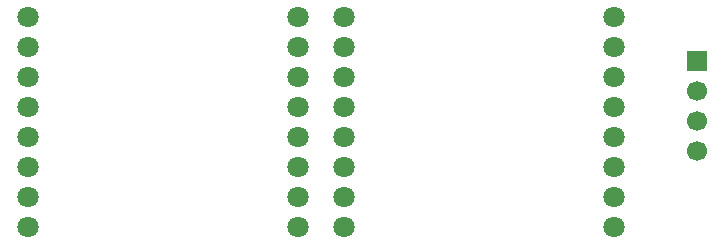
<source format=gbr>
%TF.GenerationSoftware,KiCad,Pcbnew,9.0.2*%
%TF.CreationDate,2025-06-27T22:36:13+12:00*%
%TF.ProjectId,cardReader,63617264-5265-4616-9465-722e6b696361,rev?*%
%TF.SameCoordinates,Original*%
%TF.FileFunction,Soldermask,Bot*%
%TF.FilePolarity,Negative*%
%FSLAX46Y46*%
G04 Gerber Fmt 4.6, Leading zero omitted, Abs format (unit mm)*
G04 Created by KiCad (PCBNEW 9.0.2) date 2025-06-27 22:36:13*
%MOMM*%
%LPD*%
G01*
G04 APERTURE LIST*
%ADD10R,1.700000X1.700000*%
%ADD11C,1.700000*%
%ADD12C,1.800000*%
G04 APERTURE END LIST*
D10*
%TO.C,PN532*%
X125000000Y-59500000D03*
D11*
X125000000Y-62040000D03*
X125000000Y-64580000D03*
X125000000Y-67120000D03*
%TD*%
D12*
%TO.C,U2*%
X95140000Y-73500000D03*
X95140000Y-70960000D03*
X95140000Y-68420000D03*
X95140000Y-65880000D03*
X95140000Y-63340000D03*
X95140000Y-60800000D03*
X95140000Y-58260000D03*
X95140000Y-55720000D03*
X118000000Y-55720000D03*
X118000000Y-58260000D03*
X118000000Y-60800000D03*
X118000000Y-63340000D03*
X118000000Y-65880000D03*
X118000000Y-68420000D03*
X118000000Y-70960000D03*
X118000000Y-73500000D03*
%TD*%
%TO.C,U1*%
X68333800Y-73500000D03*
X68333800Y-70960000D03*
X68333800Y-68420000D03*
X68333800Y-65880000D03*
X68333800Y-63340000D03*
X68333800Y-60800000D03*
X68333800Y-58260000D03*
X68333800Y-55720000D03*
X91193800Y-55720000D03*
X91193800Y-58260000D03*
X91193800Y-60800000D03*
X91193800Y-63340000D03*
X91193800Y-65880000D03*
X91193800Y-68420000D03*
X91193800Y-70960000D03*
X91193800Y-73500000D03*
%TD*%
M02*

</source>
